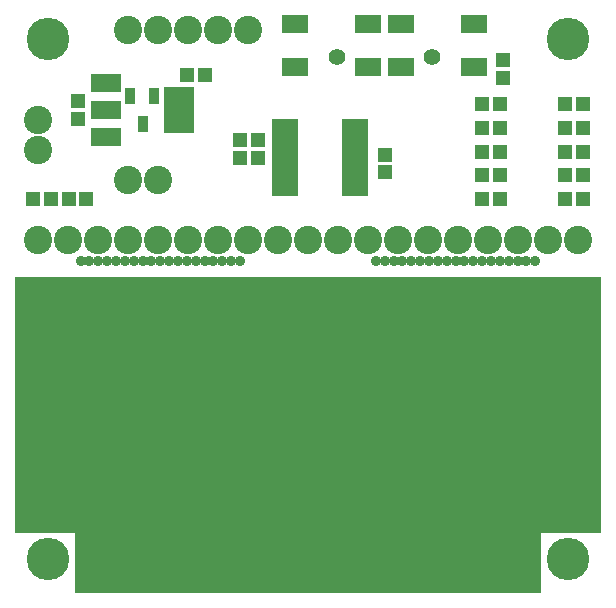
<source format=gts>
G04 #@! TF.FileFunction,Soldermask,Top*
%FSLAX46Y46*%
G04 Gerber Fmt 4.6, Leading zero omitted, Abs format (unit mm)*
G04 Created by KiCad (PCBNEW 4.0.4-stable) date Thu Nov 17 11:55:04 2016*
%MOMM*%
%LPD*%
G01*
G04 APERTURE LIST*
%ADD10C,0.100000*%
%ADD11R,1.400000X1.400000*%
%ADD12C,0.900000*%
%ADD13C,2.398980*%
%ADD14C,3.600000*%
%ADD15R,1.200000X1.200000*%
%ADD16R,2.200000X1.500000*%
%ADD17R,2.180000X0.800000*%
%ADD18R,2.600000X1.600000*%
%ADD19R,2.600000X4.000000*%
%ADD20R,0.951180X1.400760*%
%ADD21C,1.400000*%
G04 APERTURE END LIST*
D10*
D11*
X51190000Y-77940000D03*
X48650000Y-77940000D03*
X49920000Y-77940000D03*
X49920000Y-79210000D03*
X51190000Y-79210000D03*
X48650000Y-79210000D03*
X43570000Y-77940000D03*
X47380000Y-77940000D03*
X46110000Y-79210000D03*
X46110000Y-77940000D03*
X44840000Y-77940000D03*
X47380000Y-79210000D03*
X43570000Y-79210000D03*
X44840000Y-79210000D03*
X58810000Y-79210000D03*
X60080000Y-77940000D03*
X57540000Y-77940000D03*
X60080000Y-79210000D03*
X57540000Y-79210000D03*
X58810000Y-77940000D03*
X56270000Y-77940000D03*
X55000000Y-77940000D03*
X53730000Y-77940000D03*
X52460000Y-77940000D03*
X53730000Y-79210000D03*
X55000000Y-79210000D03*
X56270000Y-79210000D03*
X52460000Y-79210000D03*
X71510000Y-77940000D03*
X72780000Y-79210000D03*
X71510000Y-79210000D03*
X72780000Y-77940000D03*
X74050000Y-77940000D03*
X74050000Y-79210000D03*
X62620000Y-79210000D03*
X61350000Y-77940000D03*
X61350000Y-79210000D03*
X62620000Y-77940000D03*
X63890000Y-79210000D03*
X65160000Y-79210000D03*
X63890000Y-77940000D03*
X66430000Y-79210000D03*
X67700000Y-77940000D03*
X67700000Y-79210000D03*
X66430000Y-77940000D03*
X65160000Y-77940000D03*
X68970000Y-79210000D03*
X70240000Y-77940000D03*
X70240000Y-79210000D03*
X68970000Y-77940000D03*
X37220000Y-77940000D03*
X37220000Y-79210000D03*
X35950000Y-79210000D03*
X41030000Y-79210000D03*
X41030000Y-77940000D03*
X39760000Y-79210000D03*
X38490000Y-79210000D03*
X38490000Y-77940000D03*
X39760000Y-77940000D03*
X42300000Y-77940000D03*
X42300000Y-79210000D03*
X35950000Y-77940000D03*
X53730000Y-71590000D03*
X55000000Y-70320000D03*
X53730000Y-72860000D03*
X53730000Y-70320000D03*
X56270000Y-74130000D03*
X51190000Y-74130000D03*
X49920000Y-72860000D03*
X52460000Y-72860000D03*
X52460000Y-74130000D03*
X49920000Y-74130000D03*
X51190000Y-72860000D03*
X53730000Y-69050000D03*
X52460000Y-69050000D03*
X51190000Y-69050000D03*
X49920000Y-69050000D03*
X51190000Y-71590000D03*
X49920000Y-70320000D03*
X52460000Y-70320000D03*
X52460000Y-71590000D03*
X49920000Y-71590000D03*
X51190000Y-70320000D03*
X55000000Y-69050000D03*
X56270000Y-69050000D03*
X57540000Y-76670000D03*
X55000000Y-76670000D03*
X56270000Y-76670000D03*
X56270000Y-75400000D03*
X56270000Y-71590000D03*
X56270000Y-72860000D03*
X55000000Y-71590000D03*
X56270000Y-70320000D03*
X55000000Y-72860000D03*
X51190000Y-75400000D03*
X49920000Y-75400000D03*
X52460000Y-75400000D03*
X52460000Y-76670000D03*
X49920000Y-76670000D03*
X51190000Y-76670000D03*
X53730000Y-76670000D03*
X53730000Y-74130000D03*
X55000000Y-74130000D03*
X55000000Y-75400000D03*
X53730000Y-75400000D03*
X34680000Y-69050000D03*
X37220000Y-71590000D03*
X37220000Y-70320000D03*
X38490000Y-71590000D03*
X38490000Y-70320000D03*
X39760000Y-71590000D03*
X34680000Y-71590000D03*
X34680000Y-70320000D03*
X35950000Y-70320000D03*
X35950000Y-71590000D03*
X35950000Y-69050000D03*
X37220000Y-69050000D03*
X39760000Y-69050000D03*
X38490000Y-69050000D03*
X39760000Y-70320000D03*
X41030000Y-71590000D03*
X42300000Y-70320000D03*
X41030000Y-70320000D03*
X41030000Y-69050000D03*
X42300000Y-69050000D03*
X44840000Y-69050000D03*
X47380000Y-69050000D03*
X47380000Y-70320000D03*
X48650000Y-69050000D03*
X48650000Y-70320000D03*
X42300000Y-71590000D03*
X43570000Y-70320000D03*
X43570000Y-69050000D03*
X43570000Y-71590000D03*
X44840000Y-70320000D03*
X44840000Y-71590000D03*
X47380000Y-71590000D03*
X46110000Y-69050000D03*
X48650000Y-71590000D03*
X46110000Y-70320000D03*
X46110000Y-71590000D03*
X33410000Y-71590000D03*
X30870000Y-70320000D03*
X32140000Y-71590000D03*
X32140000Y-70320000D03*
X33410000Y-70320000D03*
X30870000Y-71590000D03*
X33410000Y-69050000D03*
X30870000Y-69050000D03*
X32140000Y-69050000D03*
X37220000Y-76670000D03*
X35950000Y-76670000D03*
X35950000Y-75400000D03*
X37220000Y-75400000D03*
X39760000Y-76670000D03*
X38490000Y-76670000D03*
X38490000Y-75400000D03*
X37220000Y-74130000D03*
X35950000Y-74130000D03*
X35950000Y-72860000D03*
X38490000Y-72860000D03*
X37220000Y-72860000D03*
X30870000Y-74130000D03*
X30870000Y-72860000D03*
X34680000Y-74130000D03*
X34680000Y-72860000D03*
X32140000Y-74130000D03*
X32140000Y-72860000D03*
X33410000Y-72860000D03*
X33410000Y-74130000D03*
X38490000Y-74130000D03*
X39760000Y-75400000D03*
X39760000Y-72860000D03*
X39760000Y-74130000D03*
X47380000Y-74130000D03*
X48650000Y-72860000D03*
X46110000Y-74130000D03*
X47380000Y-72860000D03*
X48650000Y-74130000D03*
X41030000Y-74130000D03*
X43570000Y-74130000D03*
X42300000Y-74130000D03*
X42300000Y-72860000D03*
X43570000Y-72860000D03*
X41030000Y-72860000D03*
X47380000Y-76670000D03*
X47380000Y-75400000D03*
X48650000Y-76670000D03*
X48650000Y-75400000D03*
X46110000Y-76670000D03*
X41030000Y-76670000D03*
X41030000Y-75400000D03*
X42300000Y-75400000D03*
X42300000Y-76670000D03*
X43570000Y-76670000D03*
X43570000Y-75400000D03*
X44840000Y-74130000D03*
X46110000Y-72860000D03*
X44840000Y-72860000D03*
X44840000Y-76670000D03*
X46110000Y-75400000D03*
X44840000Y-75400000D03*
X62620000Y-76670000D03*
X62620000Y-75400000D03*
X61350000Y-76670000D03*
X61350000Y-75400000D03*
X60080000Y-75400000D03*
X60080000Y-74130000D03*
X60080000Y-76670000D03*
X58810000Y-69050000D03*
X58810000Y-70320000D03*
X61350000Y-70320000D03*
X60080000Y-70320000D03*
X60080000Y-69050000D03*
X61350000Y-74130000D03*
X61350000Y-72860000D03*
X60080000Y-72860000D03*
X61350000Y-71590000D03*
X60080000Y-71590000D03*
X57540000Y-72860000D03*
X58810000Y-71590000D03*
X58810000Y-72860000D03*
X57540000Y-71590000D03*
X57540000Y-69050000D03*
X57540000Y-70320000D03*
X58810000Y-76670000D03*
X57540000Y-75400000D03*
X58810000Y-74130000D03*
X58810000Y-75400000D03*
X57540000Y-74130000D03*
X70240000Y-72860000D03*
X70240000Y-74130000D03*
X70240000Y-71590000D03*
X71510000Y-71590000D03*
X75320000Y-74130000D03*
X74050000Y-76670000D03*
X74050000Y-75400000D03*
X74050000Y-74130000D03*
X75320000Y-71590000D03*
X75320000Y-72860000D03*
X77860000Y-74130000D03*
X77860000Y-71590000D03*
X76590000Y-74130000D03*
X76590000Y-71590000D03*
X76590000Y-72860000D03*
X79130000Y-71590000D03*
X79130000Y-72860000D03*
X77860000Y-72860000D03*
X79130000Y-74130000D03*
X70240000Y-75400000D03*
X71510000Y-75400000D03*
X72780000Y-76670000D03*
X71510000Y-76670000D03*
X72780000Y-75400000D03*
X70240000Y-76670000D03*
X74050000Y-71590000D03*
X74050000Y-72860000D03*
X71510000Y-72860000D03*
X71510000Y-74130000D03*
X72780000Y-74130000D03*
X72780000Y-71590000D03*
X72780000Y-72860000D03*
X71510000Y-69050000D03*
X72780000Y-69050000D03*
X79130000Y-70320000D03*
X79130000Y-69050000D03*
X77860000Y-70320000D03*
X75320000Y-70320000D03*
X74050000Y-69050000D03*
X74050000Y-70320000D03*
X75320000Y-69050000D03*
X70240000Y-70320000D03*
X71510000Y-70320000D03*
X70240000Y-69050000D03*
X72780000Y-70320000D03*
X77860000Y-69050000D03*
X76590000Y-70320000D03*
X76590000Y-69050000D03*
X68970000Y-76670000D03*
X67700000Y-74130000D03*
X67700000Y-76670000D03*
X68970000Y-74130000D03*
X67700000Y-75400000D03*
X68970000Y-75400000D03*
X63890000Y-76670000D03*
X63890000Y-75400000D03*
X65160000Y-76670000D03*
X66430000Y-74130000D03*
X66430000Y-75400000D03*
X65160000Y-75400000D03*
X66430000Y-76670000D03*
X65160000Y-74130000D03*
X65160000Y-69050000D03*
X66430000Y-69050000D03*
X63890000Y-70320000D03*
X61350000Y-69050000D03*
X62620000Y-70320000D03*
X62620000Y-69050000D03*
X63890000Y-74130000D03*
X63890000Y-71590000D03*
X63890000Y-72860000D03*
X62620000Y-72860000D03*
X62620000Y-71590000D03*
X62620000Y-74130000D03*
X67700000Y-71590000D03*
X65160000Y-71590000D03*
X65160000Y-72860000D03*
X67700000Y-70320000D03*
X66430000Y-71590000D03*
X65160000Y-70320000D03*
X67700000Y-72860000D03*
X68970000Y-71590000D03*
X68970000Y-72860000D03*
X66430000Y-70320000D03*
X66430000Y-72860000D03*
X68970000Y-70320000D03*
X67700000Y-69050000D03*
X68970000Y-69050000D03*
X63890000Y-69050000D03*
X41030000Y-67780000D03*
X41030000Y-65240000D03*
X41030000Y-62700000D03*
X41030000Y-60160000D03*
X41030000Y-66510000D03*
X41030000Y-63970000D03*
X41030000Y-61430000D03*
X41030000Y-58890000D03*
X42300000Y-66510000D03*
X42300000Y-63970000D03*
X42300000Y-61430000D03*
X42300000Y-58890000D03*
X42300000Y-67780000D03*
X42300000Y-65240000D03*
X42300000Y-62700000D03*
X42300000Y-60160000D03*
X43570000Y-67780000D03*
X43570000Y-65240000D03*
X43570000Y-62700000D03*
X43570000Y-60160000D03*
X43570000Y-66510000D03*
X43570000Y-63970000D03*
X43570000Y-61430000D03*
X43570000Y-58890000D03*
X34680000Y-67780000D03*
X34680000Y-65240000D03*
X34680000Y-62700000D03*
X34680000Y-60160000D03*
X33410000Y-67780000D03*
X33410000Y-65240000D03*
X33410000Y-62700000D03*
X33410000Y-60160000D03*
X32140000Y-67780000D03*
X32140000Y-65240000D03*
X32140000Y-62700000D03*
X32140000Y-60160000D03*
X34680000Y-66510000D03*
X34680000Y-63970000D03*
X34680000Y-61430000D03*
X34680000Y-58890000D03*
X32140000Y-66510000D03*
X32140000Y-63970000D03*
X32140000Y-61430000D03*
X32140000Y-58890000D03*
X33410000Y-66510000D03*
X33410000Y-63970000D03*
X33410000Y-61430000D03*
X33410000Y-58890000D03*
X37220000Y-67780000D03*
X37220000Y-65240000D03*
X37220000Y-62700000D03*
X37220000Y-60160000D03*
X37220000Y-66510000D03*
X37220000Y-63970000D03*
X37220000Y-61430000D03*
X37220000Y-58890000D03*
X35950000Y-66510000D03*
X35950000Y-63970000D03*
X35950000Y-61430000D03*
X35950000Y-58890000D03*
X35950000Y-67780000D03*
X35950000Y-65240000D03*
X35950000Y-62700000D03*
X35950000Y-60160000D03*
X39760000Y-67780000D03*
X39760000Y-65240000D03*
X39760000Y-62700000D03*
X39760000Y-60160000D03*
X39760000Y-66510000D03*
X39760000Y-63970000D03*
X39760000Y-61430000D03*
X39760000Y-58890000D03*
X38490000Y-67780000D03*
X38490000Y-65240000D03*
X38490000Y-62700000D03*
X38490000Y-60160000D03*
X38490000Y-66510000D03*
X38490000Y-63970000D03*
X38490000Y-61430000D03*
X38490000Y-58890000D03*
X47380000Y-67780000D03*
X47380000Y-65240000D03*
X47380000Y-62700000D03*
X47380000Y-60160000D03*
X47380000Y-66510000D03*
X47380000Y-63970000D03*
X47380000Y-61430000D03*
X47380000Y-58890000D03*
X48650000Y-67780000D03*
X48650000Y-65240000D03*
X48650000Y-62700000D03*
X48650000Y-60160000D03*
X48650000Y-66510000D03*
X48650000Y-63970000D03*
X48650000Y-61430000D03*
X48650000Y-58890000D03*
X46110000Y-67780000D03*
X46110000Y-65240000D03*
X46110000Y-62700000D03*
X46110000Y-60160000D03*
X44840000Y-66510000D03*
X44840000Y-63970000D03*
X44840000Y-61430000D03*
X44840000Y-58890000D03*
X44840000Y-67780000D03*
X44840000Y-65240000D03*
X44840000Y-62700000D03*
X44840000Y-60160000D03*
X46110000Y-66510000D03*
X46110000Y-63970000D03*
X46110000Y-61430000D03*
X46110000Y-58890000D03*
X75320000Y-67780000D03*
X75320000Y-65240000D03*
X75320000Y-62700000D03*
X75320000Y-60160000D03*
X77860000Y-67780000D03*
X77860000Y-65240000D03*
X77860000Y-62700000D03*
X77860000Y-60160000D03*
X76590000Y-67780000D03*
X76590000Y-65240000D03*
X76590000Y-62700000D03*
X76590000Y-60160000D03*
X79130000Y-67780000D03*
X79130000Y-65240000D03*
X79130000Y-62700000D03*
X79130000Y-60160000D03*
X74050000Y-67780000D03*
X74050000Y-65240000D03*
X74050000Y-62700000D03*
X74050000Y-60160000D03*
X79130000Y-66510000D03*
X79130000Y-63970000D03*
X79130000Y-61430000D03*
X79130000Y-58890000D03*
X75320000Y-66510000D03*
X75320000Y-63970000D03*
X75320000Y-61430000D03*
X75320000Y-58890000D03*
X74050000Y-66510000D03*
X74050000Y-63970000D03*
X74050000Y-61430000D03*
X74050000Y-58890000D03*
X76590000Y-66510000D03*
X76590000Y-63970000D03*
X76590000Y-61430000D03*
X76590000Y-58890000D03*
X77860000Y-66510000D03*
X77860000Y-63970000D03*
X77860000Y-61430000D03*
X77860000Y-58890000D03*
X68970000Y-67780000D03*
X68970000Y-65240000D03*
X68970000Y-62700000D03*
X68970000Y-60160000D03*
X70240000Y-66510000D03*
X70240000Y-63970000D03*
X70240000Y-61430000D03*
X70240000Y-58890000D03*
X67700000Y-67780000D03*
X67700000Y-65240000D03*
X67700000Y-62700000D03*
X67700000Y-60160000D03*
X67700000Y-66510000D03*
X67700000Y-63970000D03*
X67700000Y-61430000D03*
X67700000Y-58890000D03*
X70240000Y-67780000D03*
X70240000Y-65240000D03*
X70240000Y-62700000D03*
X70240000Y-60160000D03*
X68970000Y-66510000D03*
X68970000Y-63970000D03*
X68970000Y-61430000D03*
X68970000Y-58890000D03*
X72780000Y-67780000D03*
X72780000Y-65240000D03*
X72780000Y-62700000D03*
X72780000Y-60160000D03*
X71510000Y-67780000D03*
X71510000Y-65240000D03*
X71510000Y-62700000D03*
X71510000Y-60160000D03*
X72780000Y-66510000D03*
X72780000Y-63970000D03*
X72780000Y-61430000D03*
X72780000Y-58890000D03*
X71510000Y-66510000D03*
X71510000Y-63970000D03*
X71510000Y-61430000D03*
X71510000Y-58890000D03*
X63890000Y-67780000D03*
X63890000Y-65240000D03*
X63890000Y-62700000D03*
X63890000Y-60160000D03*
X65160000Y-67780000D03*
X65160000Y-65240000D03*
X65160000Y-62700000D03*
X65160000Y-60160000D03*
X65160000Y-66510000D03*
X65160000Y-63970000D03*
X65160000Y-61430000D03*
X65160000Y-58890000D03*
X66430000Y-67780000D03*
X66430000Y-65240000D03*
X66430000Y-62700000D03*
X66430000Y-60160000D03*
X63890000Y-66510000D03*
X63890000Y-63970000D03*
X63890000Y-61430000D03*
X63890000Y-58890000D03*
X66430000Y-66510000D03*
X66430000Y-63970000D03*
X66430000Y-61430000D03*
X66430000Y-58890000D03*
X61350000Y-67780000D03*
X61350000Y-65240000D03*
X61350000Y-62700000D03*
X61350000Y-60160000D03*
X62620000Y-66510000D03*
X62620000Y-63970000D03*
X62620000Y-61430000D03*
X62620000Y-58890000D03*
X62620000Y-67780000D03*
X62620000Y-65240000D03*
X62620000Y-62700000D03*
X62620000Y-60160000D03*
X61350000Y-66510000D03*
X61350000Y-63970000D03*
X61350000Y-61430000D03*
X61350000Y-58890000D03*
X60080000Y-66510000D03*
X60080000Y-63970000D03*
X60080000Y-61430000D03*
X60080000Y-58890000D03*
X60080000Y-67780000D03*
X60080000Y-65240000D03*
X60080000Y-62700000D03*
X60080000Y-60160000D03*
X58810000Y-67780000D03*
X58810000Y-65240000D03*
X58810000Y-62700000D03*
X58810000Y-60160000D03*
X58810000Y-66510000D03*
X58810000Y-63970000D03*
X58810000Y-61430000D03*
X58810000Y-58890000D03*
X53730000Y-67780000D03*
X53730000Y-65240000D03*
X53730000Y-62700000D03*
X53730000Y-60160000D03*
X53730000Y-66510000D03*
X53730000Y-63970000D03*
X53730000Y-61430000D03*
X53730000Y-58890000D03*
X51190000Y-67780000D03*
X51190000Y-65240000D03*
X51190000Y-62700000D03*
X51190000Y-60160000D03*
X51190000Y-66510000D03*
X51190000Y-63970000D03*
X51190000Y-61430000D03*
X51190000Y-58890000D03*
X49920000Y-66510000D03*
X49920000Y-63970000D03*
X49920000Y-61430000D03*
X49920000Y-58890000D03*
X52460000Y-66510000D03*
X52460000Y-63970000D03*
X52460000Y-61430000D03*
X52460000Y-58890000D03*
X52460000Y-67780000D03*
X52460000Y-65240000D03*
X52460000Y-62700000D03*
X52460000Y-60160000D03*
X49920000Y-67780000D03*
X49920000Y-65240000D03*
X49920000Y-62700000D03*
X49920000Y-60160000D03*
X30870000Y-67780000D03*
X30870000Y-65240000D03*
X30870000Y-62700000D03*
X30870000Y-60160000D03*
X30870000Y-66510000D03*
X30870000Y-63970000D03*
X30870000Y-61430000D03*
X30870000Y-58890000D03*
X57540000Y-67780000D03*
X57540000Y-65240000D03*
X57540000Y-62700000D03*
X57540000Y-60160000D03*
X56270000Y-67780000D03*
X56270000Y-65240000D03*
X56270000Y-62700000D03*
X56270000Y-60160000D03*
X56270000Y-66510000D03*
X56270000Y-63970000D03*
X56270000Y-61430000D03*
X56270000Y-58890000D03*
X55000000Y-67780000D03*
X55000000Y-65240000D03*
X55000000Y-62700000D03*
X55000000Y-60160000D03*
X55000000Y-66510000D03*
X55000000Y-63970000D03*
X55000000Y-61430000D03*
X55000000Y-58890000D03*
X57540000Y-66510000D03*
X57540000Y-63970000D03*
X57540000Y-61430000D03*
X57540000Y-58890000D03*
X41030000Y-57620000D03*
X41030000Y-56350000D03*
X42300000Y-56350000D03*
X42300000Y-57620000D03*
X43570000Y-57620000D03*
X43570000Y-56350000D03*
X34680000Y-57620000D03*
X33410000Y-57620000D03*
X32140000Y-57620000D03*
X34680000Y-56350000D03*
X32140000Y-56350000D03*
X33410000Y-56350000D03*
X37220000Y-57620000D03*
X37220000Y-56350000D03*
X35950000Y-56350000D03*
X35950000Y-57620000D03*
X39760000Y-57620000D03*
X39760000Y-56350000D03*
X38490000Y-57620000D03*
X38490000Y-56350000D03*
X47380000Y-57620000D03*
X47380000Y-56350000D03*
X48650000Y-57620000D03*
X48650000Y-56350000D03*
X46110000Y-57620000D03*
X44840000Y-56350000D03*
X44840000Y-57620000D03*
X46110000Y-56350000D03*
X75320000Y-57620000D03*
X77860000Y-57620000D03*
X76590000Y-57620000D03*
X79130000Y-57620000D03*
X74050000Y-57620000D03*
X79130000Y-56350000D03*
X75320000Y-56350000D03*
X74050000Y-56350000D03*
X76590000Y-56350000D03*
X77860000Y-56350000D03*
X68970000Y-57620000D03*
X70240000Y-56350000D03*
X67700000Y-57620000D03*
X67700000Y-56350000D03*
X70240000Y-57620000D03*
X68970000Y-56350000D03*
X72780000Y-57620000D03*
X71510000Y-57620000D03*
X72780000Y-56350000D03*
X71510000Y-56350000D03*
X63890000Y-57620000D03*
X65160000Y-57620000D03*
X65160000Y-56350000D03*
X66430000Y-57620000D03*
X63890000Y-56350000D03*
X66430000Y-56350000D03*
X61350000Y-57620000D03*
X62620000Y-56350000D03*
X62620000Y-57620000D03*
X61350000Y-56350000D03*
X60080000Y-56350000D03*
X60080000Y-57620000D03*
X58810000Y-57620000D03*
X58810000Y-56350000D03*
X53730000Y-57620000D03*
X53730000Y-56350000D03*
X51190000Y-57620000D03*
X51190000Y-56350000D03*
X49920000Y-56350000D03*
X52460000Y-56350000D03*
X52460000Y-57620000D03*
X49920000Y-57620000D03*
X30870000Y-57620000D03*
X30870000Y-56350000D03*
X57540000Y-57620000D03*
X56270000Y-57620000D03*
X56270000Y-56350000D03*
X55000000Y-57620000D03*
X55000000Y-56350000D03*
X57540000Y-56350000D03*
X37220000Y-55080000D03*
X38490000Y-55080000D03*
X39760000Y-55080000D03*
X48650000Y-55080000D03*
X47380000Y-55080000D03*
X46110000Y-55080000D03*
X44840000Y-55080000D03*
X43570000Y-55080000D03*
X41030000Y-55080000D03*
X42300000Y-55080000D03*
X79130000Y-55080000D03*
X75320000Y-55080000D03*
X76590000Y-55080000D03*
X74050000Y-55080000D03*
X77860000Y-55080000D03*
X66430000Y-55080000D03*
X63890000Y-55080000D03*
X65160000Y-55080000D03*
X71510000Y-55080000D03*
X72780000Y-55080000D03*
X70240000Y-55080000D03*
X68970000Y-55080000D03*
X67700000Y-55080000D03*
X61350000Y-55080000D03*
X62620000Y-55080000D03*
X52460000Y-55080000D03*
X56270000Y-55080000D03*
X53730000Y-55080000D03*
X55000000Y-55080000D03*
X49920000Y-55080000D03*
X51190000Y-55080000D03*
X57540000Y-55080000D03*
X58810000Y-55080000D03*
X60080000Y-55080000D03*
X35950000Y-55080000D03*
X34680000Y-55080000D03*
X32140000Y-55080000D03*
X30870000Y-55080000D03*
X33410000Y-55080000D03*
X79130000Y-53810000D03*
X72780000Y-53810000D03*
X71510000Y-53810000D03*
X77860000Y-53810000D03*
X74050000Y-53810000D03*
X75320000Y-53810000D03*
X76590000Y-53810000D03*
X68970000Y-53810000D03*
X70240000Y-53810000D03*
X67700000Y-53810000D03*
X55000000Y-53810000D03*
X51190000Y-53810000D03*
X52460000Y-53810000D03*
X53730000Y-53810000D03*
X65160000Y-53810000D03*
X66430000Y-53810000D03*
X60080000Y-53810000D03*
X58810000Y-53810000D03*
X62620000Y-53810000D03*
X63890000Y-53810000D03*
X61350000Y-53810000D03*
X56270000Y-53810000D03*
X57540000Y-53810000D03*
X42300000Y-53810000D03*
X41030000Y-53810000D03*
X43570000Y-53810000D03*
X48650000Y-53810000D03*
X49920000Y-53810000D03*
X46110000Y-53810000D03*
X44840000Y-53810000D03*
X47380000Y-53810000D03*
X38490000Y-53810000D03*
X35950000Y-53810000D03*
X39760000Y-53810000D03*
X37220000Y-53810000D03*
X34680000Y-53810000D03*
X33410000Y-53810000D03*
X32140000Y-53810000D03*
D12*
X72750000Y-51750000D03*
X74250000Y-51750000D03*
X73500000Y-51750000D03*
X49250000Y-51750000D03*
X47750000Y-51750000D03*
X48500000Y-51750000D03*
X66750000Y-51750000D03*
X63750000Y-51750000D03*
X65250000Y-51750000D03*
X66000000Y-51750000D03*
X63000000Y-51750000D03*
X64500000Y-51750000D03*
X61500000Y-51750000D03*
X62250000Y-51750000D03*
X60750000Y-51750000D03*
X69750000Y-51750000D03*
X69000000Y-51750000D03*
X71250000Y-51750000D03*
X67500000Y-51750000D03*
X72000000Y-51750000D03*
X68250000Y-51750000D03*
X70500000Y-51750000D03*
X41750000Y-51750000D03*
X42500000Y-51750000D03*
X43250000Y-51750000D03*
X45500000Y-51750000D03*
X46250000Y-51750000D03*
X44750000Y-51750000D03*
X44000000Y-51750000D03*
X47000000Y-51750000D03*
X40250000Y-51750000D03*
X39500000Y-51750000D03*
X41000000Y-51750000D03*
X38750000Y-51750000D03*
X37250000Y-51750000D03*
X38000000Y-51750000D03*
X36500000Y-51750000D03*
D13*
X32140000Y-39840000D03*
X32140000Y-42380000D03*
X49920000Y-32220000D03*
X47380000Y-32220000D03*
X44840000Y-32220000D03*
X42300000Y-32220000D03*
X39760000Y-32220000D03*
D14*
X33000000Y-33000000D03*
X33000000Y-77000000D03*
X77000000Y-77000000D03*
D15*
X50750000Y-43000000D03*
X49250000Y-43000000D03*
X61500000Y-42750000D03*
X61500000Y-44250000D03*
X35500000Y-39750000D03*
X35500000Y-38250000D03*
X46250000Y-36000000D03*
X44750000Y-36000000D03*
X71500000Y-36250000D03*
X71500000Y-34750000D03*
D13*
X42300000Y-44920000D03*
X39760000Y-44920000D03*
D15*
X50750000Y-41500000D03*
X49250000Y-41500000D03*
X36250000Y-46500000D03*
X34750000Y-46500000D03*
X69750000Y-38500000D03*
X71250000Y-38500000D03*
X69750000Y-40500000D03*
X71250000Y-40500000D03*
X69750000Y-42500000D03*
X71250000Y-42500000D03*
X69750000Y-44500000D03*
X71250000Y-44500000D03*
X69750000Y-46500000D03*
X71250000Y-46500000D03*
D16*
X60100000Y-35350000D03*
X60100000Y-31650000D03*
X53900000Y-31650000D03*
X53900000Y-35350000D03*
X69100000Y-35350000D03*
X69100000Y-31650000D03*
X62900000Y-31650000D03*
X62900000Y-35350000D03*
D17*
X58970000Y-45925000D03*
X58970000Y-45275000D03*
X53030000Y-45275000D03*
X53030000Y-45925000D03*
X53030000Y-44625000D03*
X53030000Y-42675000D03*
X53030000Y-43975000D03*
X53030000Y-43325000D03*
X58970000Y-43325000D03*
X58970000Y-43975000D03*
X58970000Y-42675000D03*
X58970000Y-44625000D03*
X58970000Y-42025000D03*
X58970000Y-40075000D03*
X58970000Y-41375000D03*
X58970000Y-40725000D03*
X53030000Y-40725000D03*
X53030000Y-41375000D03*
X53030000Y-40075000D03*
X53030000Y-42025000D03*
D18*
X37900000Y-36700000D03*
X37900000Y-39000000D03*
X37900000Y-41300000D03*
D19*
X44100000Y-39000000D03*
D20*
X39973840Y-37801120D03*
X42000760Y-37801120D03*
X41000000Y-40198880D03*
D15*
X33250000Y-46500000D03*
X31750000Y-46500000D03*
X76750000Y-38500000D03*
X78250000Y-38500000D03*
X76750000Y-40500000D03*
X78250000Y-40500000D03*
X76750000Y-42500000D03*
X78250000Y-42500000D03*
X76750000Y-44500000D03*
X78250000Y-44500000D03*
X76750000Y-46500000D03*
X78250000Y-46500000D03*
D14*
X77000000Y-33000000D03*
D21*
X65500000Y-34500000D03*
X57500000Y-34500000D03*
D13*
X77860000Y-50000000D03*
X75320000Y-50000000D03*
X72780000Y-50000000D03*
X62620000Y-50000000D03*
X60080000Y-50000000D03*
X57540000Y-50000000D03*
X55000000Y-50000000D03*
X52460000Y-50000000D03*
X65160000Y-50000000D03*
X67700000Y-50000000D03*
X70240000Y-50000000D03*
X49920000Y-50000000D03*
X47380000Y-50000000D03*
X44840000Y-50000000D03*
X32140000Y-50000000D03*
X34680000Y-50000000D03*
X37220000Y-50000000D03*
X39760000Y-50000000D03*
X42300000Y-50000000D03*
D12*
X35750000Y-51750000D03*
D11*
X30870000Y-53810000D03*
M02*

</source>
